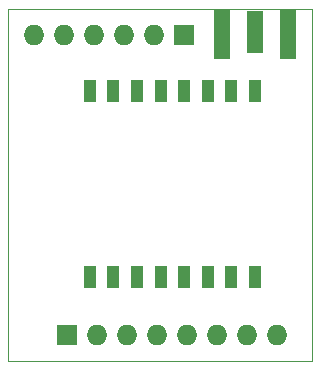
<source format=gbr>
%TF.GenerationSoftware,KiCad,Pcbnew,(5.1.4)-1*%
%TF.CreationDate,2019-10-27T14:05:37-07:00*%
%TF.ProjectId,spriteSAMD,73707269-7465-4534-914d-442e6b696361,rev?*%
%TF.SameCoordinates,Original*%
%TF.FileFunction,Soldermask,Top*%
%TF.FilePolarity,Negative*%
%FSLAX46Y46*%
G04 Gerber Fmt 4.6, Leading zero omitted, Abs format (unit mm)*
G04 Created by KiCad (PCBNEW (5.1.4)-1) date 2019-10-27 14:05:37*
%MOMM*%
%LPD*%
G04 APERTURE LIST*
%ADD10C,0.100000*%
%ADD11O,1.750800X1.750800*%
%ADD12R,1.750800X1.750800*%
%ADD13R,1.320800X3.650800*%
%ADD14R,1.400800X4.250800*%
%ADD15R,1.050800X1.850800*%
G04 APERTURE END LIST*
D10*
X145999200Y-65938400D02*
X170408600Y-65938400D01*
X145999200Y-95707200D02*
X145999200Y-65938400D01*
X171704000Y-95707200D02*
X145999200Y-95707200D01*
X171704000Y-65938400D02*
X171704000Y-95707200D01*
X170408600Y-65938400D02*
X171704000Y-65938400D01*
D11*
X148183600Y-68148200D03*
X150723600Y-68148200D03*
X153263600Y-68148200D03*
X155803600Y-68148200D03*
X158343600Y-68148200D03*
D12*
X160883600Y-68148200D03*
D13*
X166903400Y-67846600D03*
D14*
X164078400Y-68046600D03*
X169728400Y-68046600D03*
D11*
X168732200Y-93548200D03*
X166192200Y-93548200D03*
X163652200Y-93548200D03*
X161112200Y-93548200D03*
X158572200Y-93548200D03*
X156032200Y-93548200D03*
X153492200Y-93548200D03*
D12*
X150952200Y-93548200D03*
D15*
X152893000Y-72846600D03*
X154893000Y-72846600D03*
X156893000Y-72846600D03*
X158893000Y-72846600D03*
X160893000Y-72846600D03*
X162893000Y-72846600D03*
X164893000Y-72846600D03*
X166893000Y-72846600D03*
X166893000Y-88646600D03*
X164893000Y-88646600D03*
X162893000Y-88646600D03*
X160893000Y-88646600D03*
X158893000Y-88646600D03*
X156893000Y-88646600D03*
X154893000Y-88646600D03*
X152893000Y-88646600D03*
M02*

</source>
